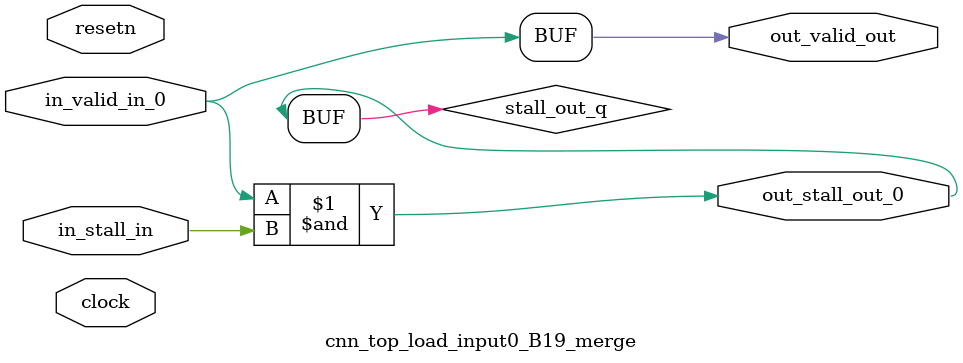
<source format=sv>



(* altera_attribute = "-name AUTO_SHIFT_REGISTER_RECOGNITION OFF; -name MESSAGE_DISABLE 10036; -name MESSAGE_DISABLE 10037; -name MESSAGE_DISABLE 14130; -name MESSAGE_DISABLE 14320; -name MESSAGE_DISABLE 15400; -name MESSAGE_DISABLE 14130; -name MESSAGE_DISABLE 10036; -name MESSAGE_DISABLE 12020; -name MESSAGE_DISABLE 12030; -name MESSAGE_DISABLE 12010; -name MESSAGE_DISABLE 12110; -name MESSAGE_DISABLE 14320; -name MESSAGE_DISABLE 13410; -name MESSAGE_DISABLE 113007; -name MESSAGE_DISABLE 10958" *)
module cnn_top_load_input0_B19_merge (
    input wire [0:0] in_stall_in,
    input wire [0:0] in_valid_in_0,
    output wire [0:0] out_stall_out_0,
    output wire [0:0] out_valid_out,
    input wire clock,
    input wire resetn
    );

    wire [0:0] stall_out_q;


    // stall_out(LOGICAL,6)
    assign stall_out_q = in_valid_in_0 & in_stall_in;

    // out_stall_out_0(GPOUT,4)
    assign out_stall_out_0 = stall_out_q;

    // out_valid_out(GPOUT,5)
    assign out_valid_out = in_valid_in_0;

endmodule

</source>
